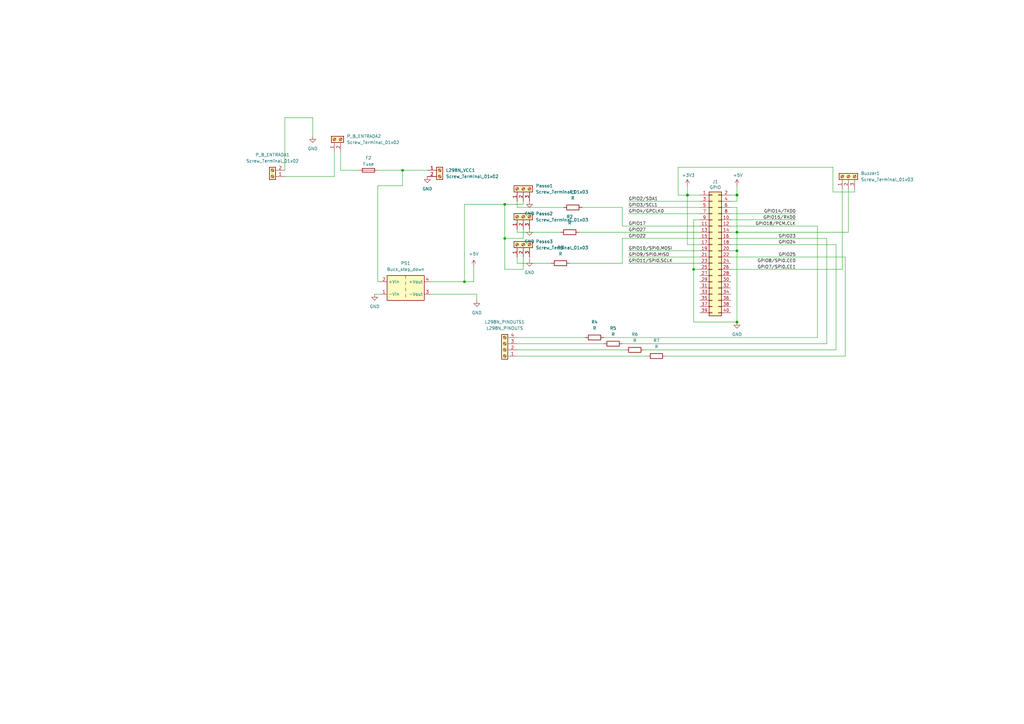
<source format=kicad_sch>
(kicad_sch (version 20230121) (generator eeschema)
  (paper "A3")
  (title_block (date "15 nov 2012"))
  (lib_symbols
    (symbol "+5V_1" (power) (pin_names (offset 0))
      (property "Value" "+5V_1" (at 0 3.556 0))
      (symbol "+5V_1_0_1"
        (polyline (pts (xy -0.762 1.27) (xy 0 2.54)))
        (polyline (pts (xy 0 0) (xy 0 2.54)))
        (polyline (pts (xy 0 2.54) (xy 0.762 1.27)))
      )
      (symbol "+5V_1_1_1"
        (pin power_in line (at 0 0 90) (length 0) hide (name "+5V") (number "1"))
      )
    )
    (symbol "Connector:Screw_Terminal_01x02" (pin_names (offset 1.016) hide)
      (property "Reference" "J" (at 0 2.54 0))
      (property "Value" "Screw_Terminal_01x02" (at 0 -5.08 0))
      (symbol "Screw_Terminal_01x02_1_1"
        (rectangle (start -1.27 1.27) (end 1.27 -3.81) (stroke (width 0.254)) (fill (type background)))
        (circle (center 0 -2.54) (radius 0.635) (stroke (width 0.1524)))
        (polyline (pts (xy -0.5334 -2.2098) (xy 0.3302 -3.048)) (stroke (width 0.1524)))
        (polyline (pts (xy -0.5334 0.3302) (xy 0.3302 -0.508)) (stroke (width 0.1524)))
        (polyline (pts (xy -0.3556 -2.032) (xy 0.508 -2.8702)) (stroke (width 0.1524)))
        (polyline (pts (xy -0.3556 0.508) (xy 0.508 -0.3302)) (stroke (width 0.1524)))
        (circle (center 0 0) (radius 0.635) (stroke (width 0.1524)))
        (pin passive line (at -5.08 0 0) (length 3.81) (name "Pin_1") (number "1"))
        (pin passive line (at -5.08 -2.54 0) (length 3.81) (name "Pin_2") (number "2"))
      )
    )
    (symbol "Connector:Screw_Terminal_01x03" (pin_names (offset 1.016) hide)
      (property "Reference" "J" (at 0 5.08 0))
      (property "Value" "Screw_Terminal_01x03" (at 0 -5.08 0))
      (symbol "Screw_Terminal_01x03_1_1"
        (rectangle (start -1.27 3.81) (end 1.27 -3.81) (stroke (width 0.254)) (fill (type background)))
        (circle (center 0 -2.54) (radius 0.635) (stroke (width 0.1524)))
        (polyline (pts (xy -0.5334 -2.2098) (xy 0.3302 -3.048)) (stroke (width 0.1524)))
        (polyline (pts (xy -0.5334 0.3302) (xy 0.3302 -0.508)) (stroke (width 0.1524)))
        (polyline (pts (xy -0.5334 2.8702) (xy 0.3302 2.032)) (stroke (width 0.1524)))
        (polyline (pts (xy -0.3556 -2.032) (xy 0.508 -2.8702)) (stroke (width 0.1524)))
        (polyline (pts (xy -0.3556 0.508) (xy 0.508 -0.3302)) (stroke (width 0.1524)))
        (polyline (pts (xy -0.3556 3.048) (xy 0.508 2.2098)) (stroke (width 0.1524)))
        (circle (center 0 0) (radius 0.635) (stroke (width 0.1524)))
        (circle (center 0 2.54) (radius 0.635) (stroke (width 0.1524)))
        (pin passive line (at -5.08 2.54 0) (length 3.81) (name "Pin_1") (number "1"))
        (pin passive line (at -5.08 0 0) (length 3.81) (name "Pin_2") (number "2"))
        (pin passive line (at -5.08 -2.54 0) (length 3.81) (name "Pin_3") (number "3"))
      )
    )
    (symbol "Connector:Screw_Terminal_01x04" (pin_names (offset 1.016) hide)
      (property "Reference" "J" (at 0 5.08 0))
      (property "Value" "Screw_Terminal_01x04" (at 0 -7.62 0))
      (symbol "Screw_Terminal_01x04_1_1"
        (rectangle (start -1.27 3.81) (end 1.27 -6.35) (stroke (width 0.254)) (fill (type background)))
        (circle (center 0 -5.08) (radius 0.635) (stroke (width 0.1524)))
        (circle (center 0 -2.54) (radius 0.635) (stroke (width 0.1524)))
        (polyline (pts (xy -0.5334 -4.7498) (xy 0.3302 -5.588)) (stroke (width 0.1524)))
        (polyline (pts (xy -0.5334 -2.2098) (xy 0.3302 -3.048)) (stroke (width 0.1524)))
        (polyline (pts (xy -0.5334 0.3302) (xy 0.3302 -0.508)) (stroke (width 0.1524)))
        (polyline (pts (xy -0.5334 2.8702) (xy 0.3302 2.032)) (stroke (width 0.1524)))
        (polyline (pts (xy -0.3556 -4.572) (xy 0.508 -5.4102)) (stroke (width 0.1524)))
        (polyline (pts (xy -0.3556 -2.032) (xy 0.508 -2.8702)) (stroke (width 0.1524)))
        (polyline (pts (xy -0.3556 0.508) (xy 0.508 -0.3302)) (stroke (width 0.1524)))
        (polyline (pts (xy -0.3556 3.048) (xy 0.508 2.2098)) (stroke (width 0.1524)))
        (circle (center 0 0) (radius 0.635) (stroke (width 0.1524)))
        (circle (center 0 2.54) (radius 0.635) (stroke (width 0.1524)))
        (pin passive line (at -5.08 2.54 0) (length 3.81) (name "Pin_1") (number "1"))
        (pin passive line (at -5.08 0 0) (length 3.81) (name "Pin_2") (number "2"))
        (pin passive line (at -5.08 -2.54 0) (length 3.81) (name "Pin_3") (number "3"))
        (pin passive line (at -5.08 -5.08 0) (length 3.81) (name "Pin_4") (number "4"))
      )
    )
    (symbol "Connector_Generic:Conn_02x20_Odd_Even" (pin_names (offset 1.016) hide)
      (property "Reference" "J" (at 1.27 25.4 0))
      (property "Value" "Conn_02x20_Odd_Even" (at 1.27 -27.94 0))
      (symbol "Conn_02x20_Odd_Even_1_1"
        (rectangle (start -1.27 -25.273) (end 0 -25.527) (stroke (width 0.1524)))
        (rectangle (start -1.27 -22.733) (end 0 -22.987) (stroke (width 0.1524)))
        (rectangle (start -1.27 -20.193) (end 0 -20.447) (stroke (width 0.1524)))
        (rectangle (start -1.27 -17.653) (end 0 -17.907) (stroke (width 0.1524)))
        (rectangle (start -1.27 -15.113) (end 0 -15.367) (stroke (width 0.1524)))
        (rectangle (start -1.27 -12.573) (end 0 -12.827) (stroke (width 0.1524)))
        (rectangle (start -1.27 -10.033) (end 0 -10.287) (stroke (width 0.1524)))
        (rectangle (start -1.27 -7.493) (end 0 -7.747) (stroke (width 0.1524)))
        (rectangle (start -1.27 -4.953) (end 0 -5.207) (stroke (width 0.1524)))
        (rectangle (start -1.27 -2.413) (end 0 -2.667) (stroke (width 0.1524)))
        (rectangle (start -1.27 0.127) (end 0 -0.127) (stroke (width 0.1524)))
        (rectangle (start -1.27 2.667) (end 0 2.413) (stroke (width 0.1524)))
        (rectangle (start -1.27 5.207) (end 0 4.953) (stroke (width 0.1524)))
        (rectangle (start -1.27 7.747) (end 0 7.493) (stroke (width 0.1524)))
        (rectangle (start -1.27 10.287) (end 0 10.033) (stroke (width 0.1524)))
        (rectangle (start -1.27 12.827) (end 0 12.573) (stroke (width 0.1524)))
        (rectangle (start -1.27 15.367) (end 0 15.113) (stroke (width 0.1524)))
        (rectangle (start -1.27 17.907) (end 0 17.653) (stroke (width 0.1524)))
        (rectangle (start -1.27 20.447) (end 0 20.193) (stroke (width 0.1524)))
        (rectangle (start -1.27 22.987) (end 0 22.733) (stroke (width 0.1524)))
        (rectangle (start -1.27 24.13) (end 3.81 -26.67) (stroke (width 0.254)) (fill (type background)))
        (rectangle (start 3.81 -25.273) (end 2.54 -25.527) (stroke (width 0.1524)))
        (rectangle (start 3.81 -22.733) (end 2.54 -22.987) (stroke (width 0.1524)))
        (rectangle (start 3.81 -20.193) (end 2.54 -20.447) (stroke (width 0.1524)))
        (rectangle (start 3.81 -17.653) (end 2.54 -17.907) (stroke (width 0.1524)))
        (rectangle (start 3.81 -15.113) (end 2.54 -15.367) (stroke (width 0.1524)))
        (rectangle (start 3.81 -12.573) (end 2.54 -12.827) (stroke (width 0.1524)))
        (rectangle (start 3.81 -10.033) (end 2.54 -10.287) (stroke (width 0.1524)))
        (rectangle (start 3.81 -7.493) (end 2.54 -7.747) (stroke (width 0.1524)))
        (rectangle (start 3.81 -4.953) (end 2.54 -5.207) (stroke (width 0.1524)))
        (rectangle (start 3.81 -2.413) (end 2.54 -2.667) (stroke (width 0.1524)))
        (rectangle (start 3.81 0.127) (end 2.54 -0.127) (stroke (width 0.1524)))
        (rectangle (start 3.81 2.667) (end 2.54 2.413) (stroke (width 0.1524)))
        (rectangle (start 3.81 5.207) (end 2.54 4.953) (stroke (width 0.1524)))
        (rectangle (start 3.81 7.747) (end 2.54 7.493) (stroke (width 0.1524)))
        (rectangle (start 3.81 10.287) (end 2.54 10.033) (stroke (width 0.1524)))
        (rectangle (start 3.81 12.827) (end 2.54 12.573) (stroke (width 0.1524)))
        (rectangle (start 3.81 15.367) (end 2.54 15.113) (stroke (width 0.1524)))
        (rectangle (start 3.81 17.907) (end 2.54 17.653) (stroke (width 0.1524)))
        (rectangle (start 3.81 20.447) (end 2.54 20.193) (stroke (width 0.1524)))
        (rectangle (start 3.81 22.987) (end 2.54 22.733) (stroke (width 0.1524)))
        (pin passive line (at -5.08 22.86 0) (length 3.81) (name "Pin_1") (number "1"))
        (pin passive line (at 7.62 12.7 180) (length 3.81) (name "Pin_10") (number "10"))
        (pin passive line (at -5.08 10.16 0) (length 3.81) (name "Pin_11") (number "11"))
        (pin passive line (at 7.62 10.16 180) (length 3.81) (name "Pin_12") (number "12"))
        (pin passive line (at -5.08 7.62 0) (length 3.81) (name "Pin_13") (number "13"))
        (pin passive line (at 7.62 7.62 180) (length 3.81) (name "Pin_14") (number "14"))
        (pin passive line (at -5.08 5.08 0) (length 3.81) (name "Pin_15") (number "15"))
        (pin passive line (at 7.62 5.08 180) (length 3.81) (name "Pin_16") (number "16"))
        (pin passive line (at -5.08 2.54 0) (length 3.81) (name "Pin_17") (number "17"))
        (pin passive line (at 7.62 2.54 180) (length 3.81) (name "Pin_18") (number "18"))
        (pin passive line (at -5.08 0 0) (length 3.81) (name "Pin_19") (number "19"))
        (pin passive line (at 7.62 22.86 180) (length 3.81) (name "Pin_2") (number "2"))
        (pin passive line (at 7.62 0 180) (length 3.81) (name "Pin_20") (number "20"))
        (pin passive line (at -5.08 -2.54 0) (length 3.81) (name "Pin_21") (number "21"))
        (pin passive line (at 7.62 -2.54 180) (length 3.81) (name "Pin_22") (number "22"))
        (pin passive line (at -5.08 -5.08 0) (length 3.81) (name "Pin_23") (number "23"))
        (pin passive line (at 7.62 -5.08 180) (length 3.81) (name "Pin_24") (number "24"))
        (pin passive line (at -5.08 -7.62 0) (length 3.81) (name "Pin_25") (number "25"))
        (pin passive line (at 7.62 -7.62 180) (length 3.81) (name "Pin_26") (number "26"))
        (pin passive line (at -5.08 -10.16 0) (length 3.81) (name "Pin_27") (number "27"))
        (pin passive line (at 7.62 -10.16 180) (length 3.81) (name "Pin_28") (number "28"))
        (pin passive line (at -5.08 -12.7 0) (length 3.81) (name "Pin_29") (number "29"))
        (pin passive line (at -5.08 20.32 0) (length 3.81) (name "Pin_3") (number "3"))
        (pin passive line (at 7.62 -12.7 180) (length 3.81) (name "Pin_30") (number "30"))
        (pin passive line (at -5.08 -15.24 0) (length 3.81) (name "Pin_31") (number "31"))
        (pin passive line (at 7.62 -15.24 180) (length 3.81) (name "Pin_32") (number "32"))
        (pin passive line (at -5.08 -17.78 0) (length 3.81) (name "Pin_33") (number "33"))
        (pin passive line (at 7.62 -17.78 180) (length 3.81) (name "Pin_34") (number "34"))
        (pin passive line (at -5.08 -20.32 0) (length 3.81) (name "Pin_35") (number "35"))
        (pin passive line (at 7.62 -20.32 180) (length 3.81) (name "Pin_36") (number "36"))
        (pin passive line (at -5.08 -22.86 0) (length 3.81) (name "Pin_37") (number "37"))
        (pin passive line (at 7.62 -22.86 180) (length 3.81) (name "Pin_38") (number "38"))
        (pin passive line (at -5.08 -25.4 0) (length 3.81) (name "Pin_39") (number "39"))
        (pin passive line (at 7.62 20.32 180) (length 3.81) (name "Pin_4") (number "4"))
        (pin passive line (at 7.62 -25.4 180) (length 3.81) (name "Pin_40") (number "40"))
        (pin passive line (at -5.08 17.78 0) (length 3.81) (name "Pin_5") (number "5"))
        (pin passive line (at 7.62 17.78 180) (length 3.81) (name "Pin_6") (number "6"))
        (pin passive line (at -5.08 15.24 0) (length 3.81) (name "Pin_7") (number "7"))
        (pin passive line (at 7.62 15.24 180) (length 3.81) (name "Pin_8") (number "8"))
        (pin passive line (at -5.08 12.7 0) (length 3.81) (name "Pin_9") (number "9"))
      )
    )
    (symbol "Converter_DCDC:MEE1S0315SC"
      (property "Reference" "PS" (at -7.62 6.35 0))
      (property "Value" "MEE1S0315SC" (at 1.27 6.35 0))
      (symbol "MEE1S0315SC_0_0"
        (pin power_in line (at -10.16 -2.54 0) (length 2.54) (name "-Vin") (number "1"))
        (pin power_in line (at -10.16 2.54 0) (length 2.54) (name "+Vin") (number "2"))
        (pin power_out line (at 10.16 -2.54 180) (length 2.54) (name "-Vout") (number "3"))
        (pin power_out line (at 10.16 2.54 180) (length 2.54) (name "+Vout") (number "4"))
      )
      (symbol "MEE1S0315SC_0_1"
        (rectangle (start -7.62 5.08) (end 7.62 -5.08) (stroke (width 0.254)) (fill (type background)))
        (polyline (pts (xy 0 -2.54) (xy 0 -3.81)))
        (polyline (pts (xy 0 0) (xy 0 -1.27)))
        (polyline (pts (xy 0 2.54) (xy 0 1.27)))
        (polyline (pts (xy 0 5.08) (xy 0 3.81)))
      )
    )
    (symbol "Device:Fuse" (pin_numbers hide) (pin_names (offset 0))
      (property "Reference" "F" (at 2.032 0 90))
      (property "Value" "Fuse" (at -1.905 0 90))
      (symbol "Fuse_0_1"
        (rectangle (start -0.762 -2.54) (end 0.762 2.54) (stroke (width 0.254)))
        (polyline (pts (xy 0 2.54) (xy 0 -2.54)))
      )
      (symbol "Fuse_1_1"
        (pin passive line (at 0 3.81 270) (length 1.27) (name "~") (number "1"))
        (pin passive line (at 0 -3.81 90) (length 1.27) (name "~") (number "2"))
      )
    )
    (symbol "Device:R" (pin_numbers hide) (pin_names (offset 0))
      (property "Reference" "R" (at 2.032 0 90))
      (property "Value" "R" (at 0 0 90))
      (symbol "R_0_1"
        (rectangle (start -1.016 -2.54) (end 1.016 2.54) (stroke (width 0.254)))
      )
      (symbol "R_1_1"
        (pin passive line (at 0 3.81 270) (length 1.27) (name "~") (number "1"))
        (pin passive line (at 0 -3.81 90) (length 1.27) (name "~") (number "2"))
      )
    )
    (symbol "GND_1" (power) (pin_names (offset 0))
      (property "Value" "GND_1" (at 0 -3.81 0))
      (symbol "GND_1_0_1"
        (polyline (pts (xy 0 0) (xy 0 -1.27) (xy 1.27 -1.27) (xy 0 -2.54) (xy -1.27 -1.27) (xy 0 -1.27)))
      )
      (symbol "GND_1_1_1"
        (pin power_in line (at 0 0 270) (length 0) hide (name "GND") (number "1"))
      )
    )
    (symbol "power:+3.3V" (power) (pin_names (offset 0))
      (property "Value" "+3.3V" (at 0 3.556 0))
      (symbol "+3.3V_0_1"
        (polyline (pts (xy -0.762 1.27) (xy 0 2.54)))
        (polyline (pts (xy 0 0) (xy 0 2.54)))
        (polyline (pts (xy 0 2.54) (xy 0.762 1.27)))
      )
      (symbol "+3.3V_1_1"
        (pin power_in line (at 0 0 90) (length 0) hide (name "+3V3") (number "1"))
      )
    )
    (symbol "power:+5V" (power) (pin_names (offset 0))
      (property "Value" "+5V" (at 0 3.556 0))
      (symbol "+5V_0_1"
        (polyline (pts (xy -0.762 1.27) (xy 0 2.54)))
        (polyline (pts (xy 0 0) (xy 0 2.54)))
        (polyline (pts (xy 0 2.54) (xy 0.762 1.27)))
      )
      (symbol "+5V_1_1"
        (pin power_in line (at 0 0 90) (length 0) hide (name "+5V") (number "1"))
      )
    )
    (symbol "power:GND" (power) (pin_names (offset 0))
      (property "Value" "GND" (at 0 -3.81 0))
      (symbol "GND_0_1"
        (polyline (pts (xy 0 0) (xy 0 -1.27) (xy 1.27 -1.27) (xy 0 -2.54) (xy -1.27 -1.27) (xy 0 -1.27)))
      )
      (symbol "GND_1_1"
        (pin power_in line (at 0 0 270) (length 0) hide (name "GND") (number "1"))
      )
    )
  )
  (junction (at 302.26 80.01) (diameter 1.016))
  (junction (at 302.26 102.87))
  (junction (at 302.26 132.08))
  (junction (at 302.26 95.25))
  (junction (at 190.5 115.57))
  (junction (at 207.01 83.82))
  (junction (at 165.1 69.85))
  (junction (at 207.01 97.79))
  (junction (at 284.48 110.49))
  (junction (at 281.94 80.01) (diameter 1.016))
  (wire (pts (xy 153.67 120.65) (xy 156.21 120.65)))
  (wire (pts (xy 273.05 146.05) (xy 346.71 146.05)))
  (wire (pts (xy 302.26 102.87) (xy 299.72 102.87)))
  (wire (pts (xy 214.63 97.79) (xy 214.63 93.98)))
  (wire (pts (xy 139.7 69.85) (xy 147.32 69.85)))
  (wire (pts (xy 342.9 143.51) (xy 342.9 100.33)))
  (wire (pts (xy 299.72 95.25) (xy 302.26 95.25)))
  (wire (pts (xy 299.72 97.79) (xy 339.09 97.79)))
  (wire (pts (xy 299.72 87.63) (xy 326.39 87.63)))
  (wire (pts (xy 284.48 90.17) (xy 284.48 110.49)))
  (wire (pts (xy 237.49 95.25) (xy 287.02 95.25)))
  (wire (pts (xy 284.48 90.17) (xy 287.02 90.17)))
  (wire (pts (xy 207.01 83.82) (xy 207.01 97.79)))
  (wire (pts (xy 341.63 68.58) (xy 341.63 78.74)))
  (wire (pts (xy 257.81 105.41) (xy 287.02 105.41)))
  (wire (pts (xy 116.84 72.39) (xy 137.16 72.39)))
  (wire (pts (xy 194.31 115.57) (xy 190.5 115.57)))
  (wire (pts (xy 299.72 105.41) (xy 346.71 105.41)))
  (wire (pts (xy 165.1 76.2) (xy 165.1 69.85)))
  (wire (pts (xy 212.09 143.51) (xy 256.54 143.51)))
  (wire (pts (xy 190.5 83.82) (xy 190.5 115.57)))
  (wire (pts (xy 154.94 76.2) (xy 165.1 76.2)))
  (wire (pts (xy 255.27 97.79) (xy 287.02 97.79)))
  (wire (pts (xy 281.94 76.2) (xy 281.94 80.01)))
  (wire (pts (xy 154.94 115.57) (xy 154.94 76.2)))
  (wire (pts (xy 212.09 146.05) (xy 265.43 146.05)))
  (wire (pts (xy 345.44 77.47) (xy 345.44 110.49)))
  (wire (pts (xy 137.16 72.39) (xy 137.16 62.23)))
  (wire (pts (xy 207.01 110.49) (xy 214.63 110.49)))
  (wire (pts (xy 299.72 100.33) (xy 342.9 100.33)))
  (wire (pts (xy 257.81 107.95) (xy 287.02 107.95)))
  (wire (pts (xy 281.94 100.33) (xy 287.02 100.33)))
  (wire (pts (xy 287.02 82.55) (xy 257.81 82.55)))
  (wire (pts (xy 302.26 80.01) (xy 302.26 82.55)))
  (wire (pts (xy 350.52 78.74) (xy 350.52 77.47)))
  (wire (pts (xy 116.84 48.26) (xy 116.84 69.85)))
  (wire (pts (xy 255.27 92.71) (xy 287.02 92.71)))
  (wire (pts (xy 302.26 85.09) (xy 302.26 95.25)))
  (wire (pts (xy 299.72 92.71) (xy 335.28 92.71)))
  (wire (pts (xy 214.63 82.55) (xy 214.63 83.82)))
  (wire (pts (xy 255.27 140.97) (xy 339.09 140.97)))
  (wire (pts (xy 302.26 76.2) (xy 302.26 80.01)))
  (wire (pts (xy 194.31 109.22) (xy 194.31 115.57)))
  (wire (pts (xy 257.81 87.63) (xy 287.02 87.63)))
  (wire (pts (xy 128.27 48.26) (xy 116.84 48.26)))
  (wire (pts (xy 255.27 85.09) (xy 255.27 92.71)))
  (wire (pts (xy 247.65 138.43) (xy 335.28 138.43)))
  (wire (pts (xy 302.26 80.01) (xy 299.72 80.01)))
  (wire (pts (xy 281.94 80.01) (xy 281.94 100.33)))
  (wire (pts (xy 299.72 90.17) (xy 326.39 90.17)))
  (wire (pts (xy 299.72 110.49) (xy 345.44 110.49)))
  (wire (pts (xy 165.1 69.85) (xy 175.26 69.85)))
  (wire (pts (xy 195.58 123.19) (xy 195.58 120.65)))
  (wire (pts (xy 212.09 82.55) (xy 212.09 85.09)))
  (wire (pts (xy 302.26 95.25) (xy 302.26 102.87)))
  (wire (pts (xy 278.13 68.58) (xy 341.63 68.58)))
  (wire (pts (xy 257.81 85.09) (xy 287.02 85.09)))
  (wire (pts (xy 212.09 107.95) (xy 226.06 107.95)))
  (wire (pts (xy 207.01 83.82) (xy 214.63 83.82)))
  (wire (pts (xy 154.94 115.57) (xy 156.21 115.57)))
  (wire (pts (xy 302.26 82.55) (xy 299.72 82.55)))
  (wire (pts (xy 341.63 78.74) (xy 350.52 78.74)))
  (wire (pts (xy 212.09 85.09) (xy 231.14 85.09)))
  (wire (pts (xy 217.17 105.41) (xy 217.17 106.68)))
  (wire (pts (xy 346.71 105.41) (xy 346.71 146.05)))
  (wire (pts (xy 176.53 115.57) (xy 190.5 115.57)))
  (wire (pts (xy 278.13 80.01) (xy 278.13 68.58)))
  (wire (pts (xy 207.01 97.79) (xy 214.63 97.79)))
  (wire (pts (xy 212.09 95.25) (xy 229.87 95.25)))
  (wire (pts (xy 284.48 110.49) (xy 287.02 110.49)))
  (wire (pts (xy 238.76 85.09) (xy 255.27 85.09)))
  (wire (pts (xy 233.68 107.95) (xy 255.27 107.95)))
  (wire (pts (xy 302.26 85.09) (xy 299.72 85.09)))
  (wire (pts (xy 190.5 83.82) (xy 207.01 83.82)))
  (wire (pts (xy 335.28 138.43) (xy 335.28 92.71)))
  (wire (pts (xy 154.94 69.85) (xy 165.1 69.85)))
  (wire (pts (xy 207.01 97.79) (xy 207.01 110.49)))
  (wire (pts (xy 302.26 95.25) (xy 347.98 95.25)))
  (wire (pts (xy 212.09 138.43) (xy 240.03 138.43)))
  (wire (pts (xy 139.7 62.23) (xy 139.7 69.85)))
  (wire (pts (xy 302.26 132.08) (xy 302.26 102.87)))
  (wire (pts (xy 264.16 143.51) (xy 342.9 143.51)))
  (wire (pts (xy 339.09 140.97) (xy 339.09 97.79)))
  (wire (pts (xy 284.48 110.49) (xy 284.48 132.08)))
  (wire (pts (xy 212.09 140.97) (xy 247.65 140.97)))
  (wire (pts (xy 281.94 80.01) (xy 278.13 80.01)))
  (wire (pts (xy 128.27 48.26) (xy 128.27 55.88)))
  (wire (pts (xy 281.94 80.01) (xy 287.02 80.01)))
  (wire (pts (xy 347.98 95.25) (xy 347.98 77.47)))
  (wire (pts (xy 212.09 105.41) (xy 212.09 107.95)))
  (wire (pts (xy 214.63 110.49) (xy 214.63 105.41)))
  (wire (pts (xy 212.09 95.25) (xy 212.09 93.98)))
  (wire (pts (xy 287.02 102.87) (xy 257.81 102.87)))
  (wire (pts (xy 255.27 107.95) (xy 255.27 97.79)))
  (wire (pts (xy 176.53 120.65) (xy 195.58 120.65)))
  (wire (pts (xy 284.48 132.08) (xy 302.26 132.08)))
  (label "GPIO10{slash}SPI0.MOSI" (at 257.81 102.87 0))
  (label "GPIO9{slash}SPI0.MISO" (at 257.81 105.41 0))
  (label "GPIO23" (at 326.39 97.79 180))
  (label "GPIO4{slash}GPCLK0" (at 257.81 87.63 0))
  (label "GPIO27" (at 257.81 95.25 0))
  (label "GPIO14{slash}TXD0" (at 326.39 87.63 180))
  (label "GPIO8{slash}SPI0.CE0" (at 326.39 107.95 180))
  (label "GPIO15{slash}RXD0" (at 326.39 90.17 180))
  (label "GPIO22" (at 257.81 97.79 0))
  (label "GPIO2{slash}SDA1" (at 257.81 82.55 0))
  (label "GPIO17" (at 257.81 92.71 0))
  (label "GPIO25" (at 326.39 105.41 180))
  (label "GPIO3{slash}SCL1" (at 257.81 85.09 0))
  (label "GPIO18{slash}PCM.CLK" (at 326.39 92.71 180))
  (label "GPIO24" (at 326.39 100.33 180))
  (label "GPIO7{slash}SPI0.CE1" (at 326.39 110.49 180))
  (label "GPIO11{slash}SPI0.SCLK" (at 257.81 107.95 0))
  (symbol (lib_id "power:+5V") (at 302.26 76.2 0) (unit 1)
    (property "Reference" "#PWR01" (effects hide))
    (property "Value" "+5V" (at 302.6283 71.8756 0))
  )
  (symbol (lib_id "power:+3.3V") (at 281.94 76.2 0) (unit 1)
    (property "Reference" "#PWR04" (effects hide))
    (property "Value" "+3.3V" (at 282.3083 71.8756 0))
  )
  (symbol (lib_id "Connector_Generic:Conn_02x20_Odd_Even") (at 292.1 102.87 0) (unit 1)
    (property "Reference" "J1" (at 293.37 74.5298 0))
    (property "Value" "GPIO" (at 293.37 76.835 0))
    (property "Footprint" "Connector_PinSocket_2.54mm:PinSocket_2x13_P2.54mm_Vertical" (effects hide))
  )
  (symbol (lib_id "Device:R") (at 260.35 143.51 270) (unit 1)
    (property "Reference" "R6" (at 260.35 137.16 90))
    (property "Value" "R" (at 260.35 139.7 90))
    (property "Footprint" "Resistor_THT:R_Axial_DIN0207_L6.3mm_D2.5mm_P10.16mm_Horizontal" (effects hide))
  )
  (symbol (lib_id "power:GND") (at 217.17 93.98 0) (unit 1)
    (property "Reference" "#PWR09" (effects hide))
    (property "Value" "GND" (at 217.17 99.06 0))
  )
  (symbol (lib_id "power:GND") (at 217.17 106.68 0) (unit 1)
    (property "Reference" "#PWR010" (effects hide))
    (property "Value" "GND" (at 217.17 111.76 0))
  )
  (symbol (lib_id "Device:R") (at 269.24 146.05 270) (unit 1)
    (property "Reference" "R7" (at 269.24 139.7 90))
    (property "Value" "R" (at 269.24 142.24 90))
    (property "Footprint" "Resistor_THT:R_Axial_DIN0207_L6.3mm_D2.5mm_P10.16mm_Horizontal" (effects hide))
  )
  (symbol (lib_id "Connector:Screw_Terminal_01x03") (at 214.63 88.9 90) (unit 1)
    (property "Reference" "Passo2" (at 219.71 87.63 90) (effects (justify right)))
    (property "Value" "Screw_Terminal_01x03" (at 219.71 90.17 90) (effects (justify right)))
    (property "Footprint" "Connector_PinHeader_2.54mm:PinHeader_1x03_P2.54mm_Vertical" (effects hide))
  )
  (symbol (lib_name "GND_1") (lib_id "power:GND") (at 195.58 123.19 0) (unit 1)
    (property "Reference" "#PWR012" (effects hide))
    (property "Value" "GND" (at 195.58 128.27 0))
  )
  (symbol (lib_id "Device:R") (at 243.84 138.43 270) (unit 1)
    (property "Reference" "R4" (at 243.84 132.08 90))
    (property "Value" "R" (at 243.84 134.62 90))
    (property "Footprint" "Resistor_THT:R_Axial_DIN0207_L6.3mm_D2.5mm_P10.16mm_Horizontal" (effects hide))
  )
  (symbol (lib_id "power:GND") (at 153.67 120.65 0) (unit 1)
    (property "Reference" "#PWR06" (effects hide))
    (property "Value" "GND" (at 153.67 125.73 0))
  )
  (symbol (lib_id "Converter_DCDC:MEE1S0315SC") (at 166.37 118.11 0) (unit 1)
    (property "Reference" "PS1" (at 166.37 107.95 0))
    (property "Value" "Buck_step_down" (at 166.37 110.49 0))
    (property "Footprint" "bateria_bms:Buck" (effects hide))
    (property "Datasheet" "https://power.murata.com/pub/data/power/ncl/kdc_mee1.pdf" (effects hide))
  )
  (symbol (lib_id "Device:R") (at 229.87 107.95 270) (unit 1)
    (property "Reference" "R3" (at 229.87 101.6 90))
    (property "Value" "R" (at 229.87 104.14 90))
    (property "Footprint" "Resistor_THT:R_Axial_DIN0207_L6.3mm_D2.5mm_P10.16mm_Horizontal" (effects hide))
  )
  (symbol (lib_id "Device:R") (at 251.46 140.97 270) (unit 1)
    (property "Reference" "R5" (at 251.46 134.62 90))
    (property "Value" "R" (at 251.46 137.16 90))
    (property "Footprint" "Resistor_THT:R_Axial_DIN0207_L6.3mm_D2.5mm_P10.16mm_Horizontal" (effects hide))
  )
  (symbol (lib_id "Connector:Screw_Terminal_01x02") (at 111.76 72.39 180) (unit 1)
    (property "Reference" "P_B_ENTRADA1" (at 111.76 63.5 0))
    (property "Value" "Screw_Terminal_01x02" (at 111.76 66.04 0))
    (property "Footprint" "TerminalBlock_Phoenix:TerminalBlock_Phoenix_MKDS-1,5-2_1x02_P5.00mm_Horizontal" (effects hide))
  )
  (symbol (lib_name "+5V_1") (lib_id "power:+5V") (at 194.31 109.22 0) (unit 1)
    (property "Reference" "#PWR011" (effects hide))
    (property "Value" "+5V" (at 194.31 104.14 0))
  )
  (symbol (lib_name "GND_1") (lib_id "power:GND") (at 302.26 132.08 0) (unit 1)
    (property "Reference" "#PWR02" (effects hide))
    (property "Value" "GND" (at 302.26 137.16 0))
  )
  (symbol (lib_id "Connector:Screw_Terminal_01x02") (at 137.16 57.15 90) (unit 1)
    (property "Reference" "P_B_ENTRADA2" (at 142.24 55.88 90) (effects (justify right)))
    (property "Value" "Screw_Terminal_01x02" (at 142.24 58.42 90) (effects (justify right)))
    (property "Footprint" "TerminalBlock_Phoenix:TerminalBlock_Phoenix_MKDS-1,5-2_1x02_P5.00mm_Horizontal" (effects hide))
  )
  (symbol (lib_id "power:GND") (at 175.26 72.39 0) (unit 1)
    (property "Reference" "#PWR07" (effects hide))
    (property "Value" "GND" (at 175.26 77.47 0))
  )
  (symbol (lib_id "Connector:Screw_Terminal_01x03") (at 214.63 77.47 90) (unit 1)
    (property "Reference" "Passo1" (at 219.71 76.2 90) (effects (justify right)))
    (property "Value" "Screw_Terminal_01x03" (at 219.71 78.74 90) (effects (justify right)))
    (property "Footprint" "Connector_PinHeader_2.54mm:PinHeader_1x03_P2.54mm_Vertical" (effects hide))
  )
  (symbol (lib_id "Connector:Screw_Terminal_01x03") (at 347.98 72.39 90) (unit 1)
    (property "Reference" "Buzzer1" (at 353.06 71.12 90) (effects (justify right)))
    (property "Value" "Screw_Terminal_01x03" (at 353.06 73.66 90) (effects (justify right)))
    (property "Footprint" "Connector_PinHeader_2.54mm:PinHeader_1x03_P2.54mm_Vertical" (effects hide))
  )
  (symbol (lib_id "Device:Fuse") (at 151.13 69.85 90) (unit 1)
    (property "Reference" "F2" (at 151.13 64.77 90))
    (property "Value" "Fuse" (at 151.13 67.31 90))
    (property "Footprint" "Fusivel:Fusivel" (effects hide))
  )
  (symbol (lib_id "Connector:Screw_Terminal_01x02") (at 180.34 69.85 0) (unit 1)
    (property "Reference" "L298N_VCC1" (at 182.88 69.85 0) (effects (justify left)))
    (property "Value" "Screw_Terminal_01x02" (at 182.88 72.39 0) (effects (justify left)))
    (property "Footprint" "Connector_PinHeader_2.54mm:PinHeader_1x02_P2.54mm_Vertical" (effects hide))
  )
  (symbol (lib_id "Connector:Screw_Terminal_01x03") (at 214.63 100.33 90) (unit 1)
    (property "Reference" "Passo3" (at 219.71 99.06 90) (effects (justify right)))
    (property "Value" "Screw_Terminal_01x03" (at 219.71 101.6 90) (effects (justify right)))
    (property "Footprint" "Connector_PinHeader_2.54mm:PinHeader_1x03_P2.54mm_Vertical" (effects hide))
  )
  (symbol (lib_id "Device:R") (at 234.95 85.09 270) (unit 1)
    (property "Reference" "R1" (at 234.95 78.74 90))
    (property "Value" "R" (at 234.95 81.28 90))
    (property "Footprint" "Resistor_THT:R_Axial_DIN0207_L6.3mm_D2.5mm_P10.16mm_Horizontal" (effects hide))
  )
  (symbol (lib_id "power:GND") (at 217.17 82.55 0) (unit 1)
    (property "Reference" "#PWR08" (effects hide))
    (property "Value" "GND" (at 217.17 87.63 0))
  )
  (symbol (lib_id "power:GND") (at 128.27 55.88 0) (unit 1)
    (property "Reference" "#PWR05" (effects hide))
    (property "Value" "GND" (at 128.27 60.96 0))
  )
  (symbol (lib_id "Connector:Screw_Terminal_01x04") (at 207.01 143.51 180) (unit 1)
    (property "Reference" "L298N_PINOUTS1" (at 207.01 132.08 0))
    (property "Value" "L298N_PINOUTS" (at 207.01 134.62 0))
    (property "Footprint" "Connector_PinHeader_2.54mm:PinHeader_1x04_P2.54mm_Vertical" (effects hide))
  )
  (symbol (lib_id "Device:R") (at 233.68 95.25 270) (unit 1)
    (property "Reference" "R2" (at 233.68 88.9 90))
    (property "Value" "R" (at 233.68 91.44 90))
    (property "Footprint" "Resistor_THT:R_Axial_DIN0207_L6.3mm_D2.5mm_P10.16mm_Horizontal" (effects hide))
  )
)
</source>
